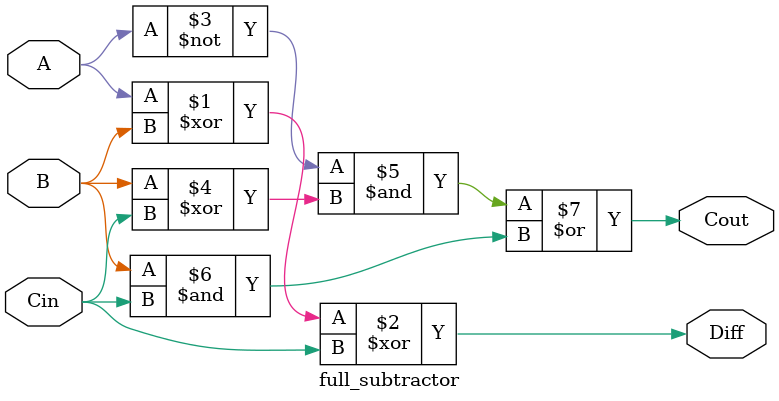
<source format=v>
`timescale 1ns/1ps

module full_subtractor(
   output Cout, Diff,
   input A, B, Cin
);
   assign Diff = A ^ B ^ Cin;
   assign Cout = ~A & (B^Cin) | B & Cin;
endmodule

</source>
